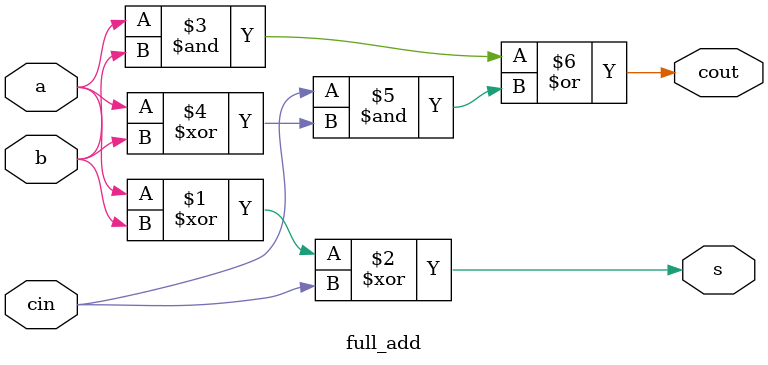
<source format=v>

/* 
 Ce module est appele "full_add". C'est une description comportementale, niveau
 equations logiques, d'un additionneur 1 bit.
 */

/* Cette ligne definit un "module", autrement dit un bloc, un sous-ensemble.
 
  On donne la liste de ses entrees et sorties (appeles "ports") entre parentheses, 
 en terminant par un point-virgule.

  L'ordre des entrees-sortie importe peu ici, et les habitude changent selon les endroits. 
 Moi j'aime bien cette convention-ci :
   - l'horloge, s'il y en a une, en premier
   - le reset, s'il y en a un, en deuxieme
   - puis les entrees
   - puis les sorties
   - puis les entrees-sorties (bidirectionnelles).
 
 Une bonne habitude est mettre chaque module dans un fichier, et appeler le fichier du même
 nom que le module.
 */
 
module full_add(a, b, cin, s, cout);

   /* Puis on donne la direction des ports
        - "input"  pour une entree
        - "output" pour une sortie
        - "inout"  pour un port bidirectionnel
    Si on ne précise rien, la taille de chaque port est de 1 bit.
    */
     
   input	a;
   input 	b;
   input 	cin;
   output 	s;
   output 	cout;
   
   /* Enfin on donne le type des ports :
       - "wire"
       - "reg"
       - ...
    On verra plus loin ce que ce type signifie. Pour l'instant, acceptons que "wire" signifie "fil".
    */

   wire		a;
   wire 	b;
   wire 	cin;
   wire 	s;
   wire 	cout;

   /* Enfin, on décrit le contenu du bloc.
    On en fait ici une description fonctionnelle, c'est-a-dire qu'on assigne à chaque
    equipotentielle le resultat d'une equation mathematique ou booleenne.
    
    La syntaxe des operateurs est la meme qu'en langage C.
    
    Rappelons les equation du full-adder :
        s    = a XOR B XOR cin;
        cout = (a ET b) OU (cin ET (a XOR b))
    */
   
   assign 	s = a ^ b ^ cin;
   assign       cout = (a & b) | (cin & (a ^b));

   /* On aurait aussi ecrire, plus rapidement : 
	assign {cout, s} = a + b + cin; 
    */
   

endmodule
 
   
   
  
     
   
   

  
</source>
